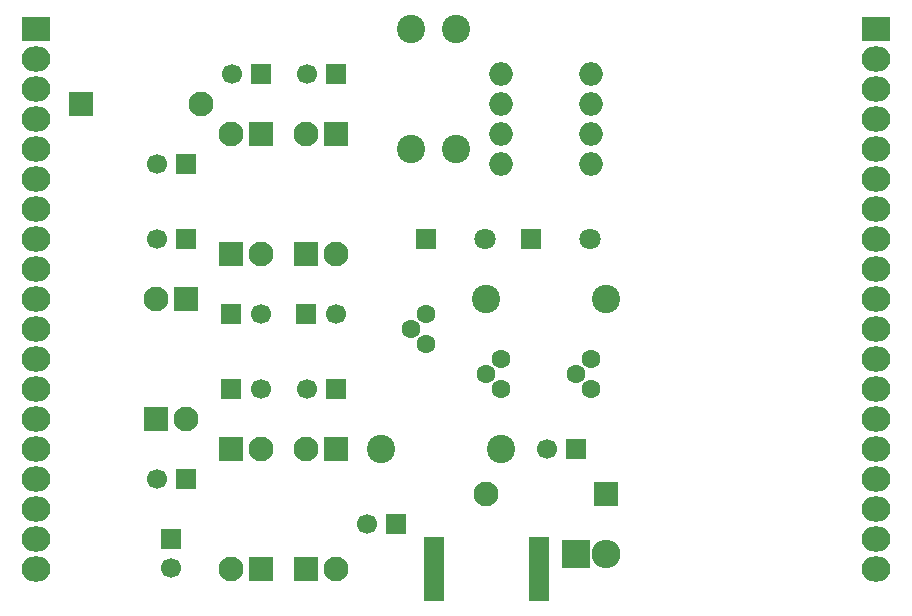
<source format=gbr>
G04 #@! TF.FileFunction,Soldermask,Bot*
%FSLAX46Y46*%
G04 Gerber Fmt 4.6, Leading zero omitted, Abs format (unit mm)*
G04 Created by KiCad (PCBNEW 4.0.3+e1-6302~38~ubuntu16.04.1-stable) date Thu Aug 25 17:14:47 2016*
%MOMM*%
%LPD*%
G01*
G04 APERTURE LIST*
%ADD10C,0.100000*%
%ADD11R,1.800000X1.800000*%
%ADD12C,1.800000*%
%ADD13C,2.099260*%
%ADD14R,2.099260X2.099260*%
%ADD15C,2.398980*%
%ADD16O,2.000000X2.000000*%
%ADD17R,1.700000X1.700000*%
%ADD18C,1.700000*%
%ADD19C,1.600000*%
%ADD20R,2.432000X2.432000*%
%ADD21O,2.432000X2.432000*%
%ADD22R,2.432000X2.127200*%
%ADD23O,2.432000X2.127200*%
%ADD24R,1.670000X5.480000*%
G04 APERTURE END LIST*
D10*
D11*
X115570000Y-53340000D03*
D12*
X120570000Y-53340000D03*
D11*
X106680000Y-53340000D03*
D12*
X111680000Y-53340000D03*
D13*
X111759480Y-74932540D03*
D14*
X121919480Y-74932540D03*
D13*
X99062540Y-81280520D03*
D14*
X99062540Y-71120520D03*
D13*
X96517460Y-71119480D03*
D14*
X96517460Y-81279480D03*
D13*
X99062540Y-54610520D03*
D14*
X99062540Y-44450520D03*
D13*
X96517460Y-44449480D03*
D14*
X96517460Y-54609480D03*
D13*
X90167460Y-44449480D03*
D14*
X90167460Y-54609480D03*
D13*
X92712540Y-54610520D03*
D14*
X92712540Y-44450520D03*
D13*
X92707460Y-71119480D03*
D14*
X92707460Y-81279480D03*
D13*
X90172540Y-81280520D03*
D14*
X90172540Y-71120520D03*
D13*
X86362540Y-68580520D03*
D14*
X86362540Y-58420520D03*
D13*
X83817460Y-58419480D03*
D14*
X83817460Y-68579480D03*
D13*
X87630520Y-41907460D03*
D14*
X77470520Y-41907460D03*
D15*
X105410000Y-35560000D03*
X105410000Y-45720000D03*
X109220000Y-35560000D03*
X109220000Y-45720000D03*
X111760000Y-58420000D03*
X121920000Y-58420000D03*
X113030000Y-71120000D03*
X102870000Y-71120000D03*
D16*
X113030000Y-39370000D03*
X113030000Y-41910000D03*
X113030000Y-44450000D03*
X113030000Y-46990000D03*
X120650000Y-46990000D03*
X120650000Y-44450000D03*
X120650000Y-41910000D03*
X120650000Y-39370000D03*
D17*
X86360000Y-46990000D03*
D18*
X83860000Y-46990000D03*
D17*
X86360000Y-53340000D03*
D18*
X83860000Y-53340000D03*
D17*
X86360000Y-73660000D03*
D18*
X83860000Y-73660000D03*
D17*
X85090000Y-78740000D03*
D18*
X85090000Y-81240000D03*
D17*
X90170000Y-66040000D03*
D18*
X92670000Y-66040000D03*
D17*
X90170000Y-59690000D03*
D18*
X92670000Y-59690000D03*
D17*
X92710000Y-39370000D03*
D18*
X90210000Y-39370000D03*
D17*
X99060000Y-39370000D03*
D18*
X96560000Y-39370000D03*
D17*
X96520000Y-59690000D03*
D18*
X99020000Y-59690000D03*
D17*
X99060000Y-66040000D03*
D18*
X96560000Y-66040000D03*
D17*
X104140000Y-77470000D03*
D18*
X101640000Y-77470000D03*
D17*
X119380000Y-71120000D03*
D18*
X116880000Y-71120000D03*
D19*
X106680000Y-59690000D03*
X105410000Y-60960000D03*
X106680000Y-62230000D03*
X120650000Y-63500000D03*
X119380000Y-64770000D03*
X120650000Y-66040000D03*
X113030000Y-63500000D03*
X111760000Y-64770000D03*
X113030000Y-66040000D03*
D20*
X119380000Y-80010000D03*
D21*
X121920000Y-80010000D03*
D22*
X73660000Y-35560000D03*
D23*
X73660000Y-38100000D03*
X73660000Y-40640000D03*
X73660000Y-43180000D03*
X73660000Y-45720000D03*
X73660000Y-48260000D03*
X73660000Y-50800000D03*
X73660000Y-53340000D03*
X73660000Y-55880000D03*
X73660000Y-58420000D03*
X73660000Y-60960000D03*
X73660000Y-63500000D03*
X73660000Y-66040000D03*
X73660000Y-68580000D03*
X73660000Y-71120000D03*
X73660000Y-73660000D03*
X73660000Y-76200000D03*
X73660000Y-78740000D03*
X73660000Y-81280000D03*
D22*
X144780000Y-35560000D03*
D23*
X144780000Y-38100000D03*
X144780000Y-40640000D03*
X144780000Y-43180000D03*
X144780000Y-45720000D03*
X144780000Y-48260000D03*
X144780000Y-50800000D03*
X144780000Y-53340000D03*
X144780000Y-55880000D03*
X144780000Y-58420000D03*
X144780000Y-60960000D03*
X144780000Y-63500000D03*
X144780000Y-66040000D03*
X144780000Y-68580000D03*
X144780000Y-71120000D03*
X144780000Y-73660000D03*
X144780000Y-76200000D03*
X144780000Y-78740000D03*
X144780000Y-81280000D03*
D24*
X107315000Y-81280000D03*
X116205000Y-81280000D03*
M02*

</source>
